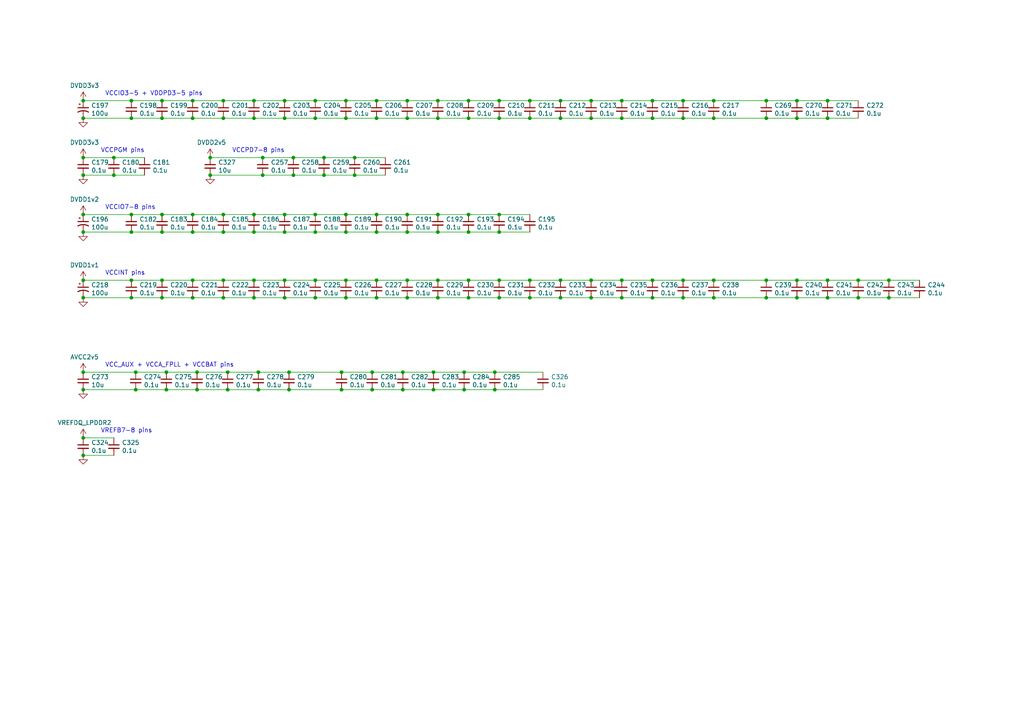
<source format=kicad_sch>
(kicad_sch (version 20250114) (generator "eeschema") (generator_version "9.0")
  (paper "A4")
  (title_block (title "OSSC Pro") (date "2024-05-26") (rev "1.6"))
  (lib_symbols
    (symbol "Device:CP1_Small" (pin_numbers (hide yes)) (pin_names (offset 0.254) (hide yes))
      (property "Reference" "C" (at 0.254 1.778 0))
      (property "Value" "Device_CP1_Small" (at 0.254 -2.032 0))
      (symbol "CP1_Small_0_1"
        (polyline (pts (xy -1.524 0.508) (xy 1.524 0.508)) (stroke (width 0.3048)))
        (polyline (pts (xy -1.27 1.524) (xy -0.762 1.524)))
        (polyline (pts (xy -1.016 1.27) (xy -1.016 1.778)))
        (arc (start -1.524 -0.762) (mid 0 -0.3734) (end 1.524 -0.762) (stroke (width 0.3048)))
      )
      (symbol "CP1_Small_1_1"
        (pin passive line (at 0 2.54 270) (length 2.032) (name "~") (number "1"))
        (pin passive line (at 0 -2.54 90) (length 2.032) (name "~") (number "2"))
      )
    )
    (symbol "Device:C_Small" (pin_numbers (hide yes)) (pin_names (offset 0.254) (hide yes))
      (property "Reference" "C" (at 0.254 1.778 0))
      (property "Value" "C_Small" (at 0.254 -2.032 0))
      (symbol "C_Small_0_1"
        (polyline (pts (xy -1.524 0.508) (xy 1.524 0.508)) (stroke (width 0.3048)))
        (polyline (pts (xy -1.524 -0.508) (xy 1.524 -0.508)) (stroke (width 0.3302)))
      )
      (symbol "C_Small_1_1"
        (pin passive line (at 0 2.54 270) (length 2.032) (name "~") (number "1"))
        (pin passive line (at 0 -2.54 90) (length 2.032) (name "~") (number "2"))
      )
    )
    (symbol "custom_components:DVDD1v2" (power) (pin_names (offset 0))
      (property "Value" "DVDD1v2" (at 0 3.556 0))
      (symbol "DVDD1v2_0_1"
        (polyline (pts (xy -0.762 1.27) (xy 0 2.54)))
        (polyline (pts (xy 0 2.54) (xy 0.762 1.27)))
        (polyline (pts (xy 0 0) (xy 0 2.54)))
      )
      (symbol "DVDD1v2_1_1"
        (pin power_in line (at 0 0 90) (length 0) (hide yes) (name "DVDD1v2") (number "1"))
      )
    )
    (symbol "custom_components:DVDD2v5" (power) (pin_names (offset 0))
      (property "Value" "DVDD2v5" (at 0 3.556 0))
      (symbol "DVDD2v5_0_1"
        (polyline (pts (xy -0.762 1.27) (xy 0 2.54)))
        (polyline (pts (xy 0 2.54) (xy 0.762 1.27)))
        (polyline (pts (xy 0 0) (xy 0 2.54)))
      )
      (symbol "DVDD2v5_1_1"
        (pin power_in line (at 0 0 90) (length 0) (hide yes) (name "DVDD2v5") (number "1"))
      )
    )
    (symbol "custom_components:DVDD3v3" (power) (pin_names (offset 0))
      (property "Value" "DVDD3v3" (at 0 3.556 0))
      (symbol "DVDD3v3_0_1"
        (polyline (pts (xy -0.762 1.27) (xy 0 2.54)))
        (polyline (pts (xy 0 2.54) (xy 0.762 1.27)))
        (polyline (pts (xy 0 0) (xy 0 2.54)))
      )
      (symbol "DVDD3v3_1_1"
        (pin power_in line (at 0 0 90) (length 0) (hide yes) (name "DVDD3v3") (number "1"))
      )
    )
    (symbol "custom_components:VREFDQ_LPDDR2" (power) (pin_names (offset 0))
      (property "Value" "VREFDQ_LPDDR2" (at 0 3.556 0))
      (symbol "VREFDQ_LPDDR2_0_1"
        (polyline (pts (xy -0.762 1.27) (xy 0 2.54)))
        (polyline (pts (xy 0 2.54) (xy 0.762 1.27)))
        (polyline (pts (xy 0 0) (xy 0 2.54)))
      )
      (symbol "VREFDQ_LPDDR2_1_1"
        (pin power_in line (at 0 0 90) (length 0) (hide yes) (name "VREFDQ_LPDDR2") (number "1"))
      )
    )
    (symbol "power:GND" (power) (pin_names (offset 0))
      (property "Value" "GND" (at 0 -3.81 0))
      (symbol "GND_0_1"
        (polyline (pts (xy 0 0) (xy 0 -1.27) (xy 1.27 -1.27) (xy 0 -2.54) (xy -1.27 -1.27) (xy 0 -1.27)))
      )
      (symbol "GND_1_1"
        (pin power_in line (at 0 0 270) (length 0) (hide yes) (name "GND") (number "1"))
      )
    )
  )
  (text "VCCIO7-8 pins" (at 30.48 60.96 0) (effects (font (size 1.27 1.27)) (justify left bottom)))
  (text "VREFB7-8 pins" (at 29.21 125.73 0) (effects (font (size 1.27 1.27)) (justify left bottom)))
  (text "VCCPD7-8 pins" (at 67.31 44.45 0) (effects (font (size 1.27 1.27)) (justify left bottom)))
  (text "VCCINT pins" (at 30.48 80.01 0) (effects (font (size 1.27 1.27)) (justify left bottom)))
  (text "VCCPGM pins" (at 29.21 44.45 0) (effects (font (size 1.27 1.27)) (justify left bottom)))
  (text "VCCIO3-5 + VDDPD3-5 pins" (at 30.48 27.94 0) (effects (font (size 1.27 1.27)) (justify left bottom)))
  (text "VCC_AUX + VCCA_FPLL + VCCBAT pins" (at 30.48 106.68 0) (effects (font (size 1.27 1.27)) (justify left bottom)))
  (junction (at 100.33 67.31))
  (junction (at 46.99 34.29))
  (junction (at 91.44 29.21))
  (junction (at 99.06 107.95))
  (junction (at 33.02 45.72))
  (junction (at 48.26 113.03))
  (junction (at 180.34 86.36))
  (junction (at 240.03 81.28))
  (junction (at 189.23 29.21))
  (junction (at 109.22 81.28))
  (junction (at 109.22 86.36))
  (junction (at 127 29.21))
  (junction (at 100.33 62.23))
  (junction (at 180.34 34.29))
  (junction (at 143.51 113.03))
  (junction (at 57.15 113.03))
  (junction (at 93.98 45.72))
  (junction (at 153.67 81.28))
  (junction (at 55.88 34.29))
  (junction (at 153.67 86.36))
  (junction (at 83.82 107.95))
  (junction (at 222.25 86.36))
  (junction (at 82.55 62.23))
  (junction (at 91.44 34.29))
  (junction (at 46.99 81.28))
  (junction (at 24.13 81.28))
  (junction (at 109.22 67.31))
  (junction (at 38.1 67.31))
  (junction (at 24.13 34.29))
  (junction (at 180.34 81.28))
  (junction (at 231.14 34.29))
  (junction (at 39.37 107.95))
  (junction (at 144.78 81.28))
  (junction (at 171.45 81.28))
  (junction (at 127 86.36))
  (junction (at 189.23 86.36))
  (junction (at 91.44 86.36))
  (junction (at 85.09 50.8))
  (junction (at 100.33 86.36))
  (junction (at 134.62 107.95))
  (junction (at 100.33 34.29))
  (junction (at 24.13 50.8))
  (junction (at 73.66 86.36))
  (junction (at 240.03 86.36))
  (junction (at 118.11 67.31))
  (junction (at 38.1 86.36))
  (junction (at 143.51 107.95))
  (junction (at 207.01 34.29))
  (junction (at 207.01 86.36))
  (junction (at 116.84 113.03))
  (junction (at 93.98 50.8))
  (junction (at 64.77 81.28))
  (junction (at 162.56 29.21))
  (junction (at 74.93 107.95))
  (junction (at 222.25 81.28))
  (junction (at 107.95 113.03))
  (junction (at 73.66 81.28))
  (junction (at 24.13 107.95))
  (junction (at 257.81 86.36))
  (junction (at 198.12 81.28))
  (junction (at 24.13 67.31))
  (junction (at 48.26 107.95))
  (junction (at 180.34 29.21))
  (junction (at 83.82 113.03))
  (junction (at 222.25 29.21))
  (junction (at 82.55 67.31))
  (junction (at 82.55 86.36))
  (junction (at 135.89 81.28))
  (junction (at 231.14 81.28))
  (junction (at 207.01 29.21))
  (junction (at 118.11 34.29))
  (junction (at 76.2 45.72))
  (junction (at 38.1 62.23))
  (junction (at 162.56 81.28))
  (junction (at 55.88 86.36))
  (junction (at 38.1 34.29))
  (junction (at 46.99 86.36))
  (junction (at 55.88 29.21))
  (junction (at 135.89 62.23))
  (junction (at 55.88 81.28))
  (junction (at 171.45 86.36))
  (junction (at 135.89 29.21))
  (junction (at 73.66 67.31))
  (junction (at 24.13 113.03))
  (junction (at 66.04 107.95))
  (junction (at 24.13 86.36))
  (junction (at 118.11 62.23))
  (junction (at 85.09 45.72))
  (junction (at 64.77 67.31))
  (junction (at 189.23 81.28))
  (junction (at 144.78 86.36))
  (junction (at 91.44 62.23))
  (junction (at 135.89 34.29))
  (junction (at 171.45 34.29))
  (junction (at 118.11 86.36))
  (junction (at 91.44 81.28))
  (junction (at 153.67 34.29))
  (junction (at 153.67 29.21))
  (junction (at 107.95 107.95))
  (junction (at 144.78 34.29))
  (junction (at 91.44 67.31))
  (junction (at 198.12 34.29))
  (junction (at 257.81 81.28))
  (junction (at 127 34.29))
  (junction (at 55.88 62.23))
  (junction (at 127 81.28))
  (junction (at 60.96 50.8))
  (junction (at 162.56 34.29))
  (junction (at 109.22 62.23))
  (junction (at 76.2 50.8))
  (junction (at 38.1 29.21))
  (junction (at 46.99 67.31))
  (junction (at 24.13 62.23))
  (junction (at 198.12 29.21))
  (junction (at 144.78 67.31))
  (junction (at 144.78 62.23))
  (junction (at 231.14 86.36))
  (junction (at 100.33 29.21))
  (junction (at 64.77 34.29))
  (junction (at 24.13 127))
  (junction (at 198.12 86.36))
  (junction (at 24.13 45.72))
  (junction (at 66.04 113.03))
  (junction (at 134.62 113.03))
  (junction (at 82.55 81.28))
  (junction (at 24.13 132.08))
  (junction (at 222.25 34.29))
  (junction (at 60.96 45.72))
  (junction (at 64.77 62.23))
  (junction (at 189.23 34.29))
  (junction (at 135.89 67.31))
  (junction (at 74.93 113.03))
  (junction (at 162.56 86.36))
  (junction (at 135.89 86.36))
  (junction (at 33.02 50.8))
  (junction (at 240.03 29.21))
  (junction (at 109.22 34.29))
  (junction (at 240.03 34.29))
  (junction (at 102.87 45.72))
  (junction (at 118.11 81.28))
  (junction (at 57.15 107.95))
  (junction (at 116.84 107.95))
  (junction (at 109.22 29.21))
  (junction (at 46.99 29.21))
  (junction (at 82.55 29.21))
  (junction (at 24.13 29.21))
  (junction (at 118.11 29.21))
  (junction (at 46.99 62.23))
  (junction (at 125.73 113.03))
  (junction (at 100.33 81.28))
  (junction (at 102.87 50.8))
  (junction (at 55.88 67.31))
  (junction (at 82.55 34.29))
  (junction (at 248.92 81.28))
  (junction (at 73.66 62.23))
  (junction (at 231.14 29.21))
  (junction (at 64.77 86.36))
  (junction (at 99.06 113.03))
  (junction (at 248.92 86.36))
  (junction (at 144.78 29.21))
  (junction (at 125.73 107.95))
  (junction (at 127 67.31))
  (junction (at 64.77 29.21))
  (junction (at 207.01 81.28))
  (junction (at 73.66 34.29))
  (junction (at 38.1 81.28))
  (junction (at 127 62.23))
  (junction (at 73.66 29.21))
  (junction (at 171.45 29.21))
  (junction (at 39.37 113.03))
  (wire (pts (xy 46.99 81.28) (xy 38.1 81.28)))
  (wire (pts (xy 41.91 45.72) (xy 33.02 45.72)))
  (wire (pts (xy 118.11 62.23) (xy 109.22 62.23)))
  (wire (pts (xy 83.82 107.95) (xy 99.06 107.95)))
  (wire (pts (xy 198.12 34.29) (xy 189.23 34.29)))
  (wire (pts (xy 38.1 34.29) (xy 24.13 34.29)))
  (wire (pts (xy 171.45 86.36) (xy 162.56 86.36)))
  (wire (pts (xy 55.88 34.29) (xy 46.99 34.29)))
  (wire (pts (xy 38.1 29.21) (xy 24.13 29.21)))
  (wire (pts (xy 162.56 34.29) (xy 153.67 34.29)))
  (wire (pts (xy 93.98 50.8) (xy 85.09 50.8)))
  (wire (pts (xy 134.62 107.95) (xy 143.51 107.95)))
  (wire (pts (xy 127 62.23) (xy 118.11 62.23)))
  (wire (pts (xy 100.33 34.29) (xy 91.44 34.29)))
  (wire (pts (xy 64.77 86.36) (xy 55.88 86.36)))
  (wire (pts (xy 66.04 107.95) (xy 74.93 107.95)))
  (wire (pts (xy 248.92 29.21) (xy 240.03 29.21)))
  (wire (pts (xy 48.26 107.95) (xy 39.37 107.95)))
  (wire (pts (xy 64.77 81.28) (xy 55.88 81.28)))
  (wire (pts (xy 73.66 34.29) (xy 64.77 34.29)))
  (wire (pts (xy 189.23 81.28) (xy 180.34 81.28)))
  (wire (pts (xy 180.34 86.36) (xy 171.45 86.36)))
  (wire (pts (xy 153.67 86.36) (xy 144.78 86.36)))
  (wire (pts (xy 157.48 113.03) (xy 143.51 113.03)))
  (wire (pts (xy 144.78 86.36) (xy 135.89 86.36)))
  (wire (pts (xy 118.11 67.31) (xy 109.22 67.31)))
  (wire (pts (xy 240.03 86.36) (xy 231.14 86.36)))
  (wire (pts (xy 207.01 81.28) (xy 198.12 81.28)))
  (wire (pts (xy 125.73 107.95) (xy 134.62 107.95)))
  (wire (pts (xy 76.2 45.72) (xy 60.96 45.72)))
  (wire (pts (xy 55.88 81.28) (xy 46.99 81.28)))
  (wire (pts (xy 180.34 81.28) (xy 171.45 81.28)))
  (wire (pts (xy 143.51 113.03) (xy 134.62 113.03)))
  (wire (pts (xy 107.95 107.95) (xy 116.84 107.95)))
  (wire (pts (xy 64.77 34.29) (xy 55.88 34.29)))
  (wire (pts (xy 248.92 81.28) (xy 240.03 81.28)))
  (wire (pts (xy 46.99 67.31) (xy 38.1 67.31)))
  (wire (pts (xy 162.56 29.21) (xy 153.67 29.21)))
  (wire (pts (xy 38.1 86.36) (xy 24.13 86.36)))
  (wire (pts (xy 46.99 62.23) (xy 38.1 62.23)))
  (wire (pts (xy 240.03 29.21) (xy 231.14 29.21)))
  (wire (pts (xy 73.66 62.23) (xy 64.77 62.23)))
  (wire (pts (xy 102.87 50.8) (xy 111.76 50.8)))
  (wire (pts (xy 82.55 67.31) (xy 73.66 67.31)))
  (wire (pts (xy 118.11 86.36) (xy 109.22 86.36)))
  (wire (pts (xy 189.23 86.36) (xy 180.34 86.36)))
  (wire (pts (xy 127 34.29) (xy 118.11 34.29)))
  (wire (pts (xy 153.67 34.29) (xy 144.78 34.29)))
  (wire (pts (xy 153.67 81.28) (xy 144.78 81.28)))
  (wire (pts (xy 257.81 81.28) (xy 248.92 81.28)))
  (wire (pts (xy 46.99 34.29) (xy 38.1 34.29)))
  (wire (pts (xy 135.89 34.29) (xy 127 34.29)))
  (wire (pts (xy 171.45 34.29) (xy 162.56 34.29)))
  (wire (pts (xy 116.84 107.95) (xy 125.73 107.95)))
  (wire (pts (xy 102.87 45.72) (xy 93.98 45.72)))
  (wire (pts (xy 55.88 86.36) (xy 46.99 86.36)))
  (wire (pts (xy 109.22 86.36) (xy 100.33 86.36)))
  (wire (pts (xy 100.33 67.31) (xy 91.44 67.31)))
  (wire (pts (xy 162.56 86.36) (xy 153.67 86.36)))
  (wire (pts (xy 248.92 34.29) (xy 240.03 34.29)))
  (wire (pts (xy 125.73 113.03) (xy 116.84 113.03)))
  (wire (pts (xy 222.25 34.29) (xy 207.01 34.29)))
  (wire (pts (xy 82.55 62.23) (xy 73.66 62.23)))
  (wire (pts (xy 100.33 81.28) (xy 91.44 81.28)))
  (wire (pts (xy 99.06 107.95) (xy 107.95 107.95)))
  (wire (pts (xy 222.25 81.28) (xy 207.01 81.28)))
  (wire (pts (xy 48.26 113.03) (xy 39.37 113.03)))
  (wire (pts (xy 144.78 67.31) (xy 135.89 67.31)))
  (wire (pts (xy 127 67.31) (xy 118.11 67.31)))
  (wire (pts (xy 74.93 107.95) (xy 83.82 107.95)))
  (wire (pts (xy 82.55 86.36) (xy 73.66 86.36)))
  (wire (pts (xy 66.04 107.95) (xy 57.15 107.95)))
  (wire (pts (xy 76.2 50.8) (xy 60.96 50.8)))
  (wire (pts (xy 189.23 34.29) (xy 180.34 34.29)))
  (wire (pts (xy 127 86.36) (xy 118.11 86.36)))
  (wire (pts (xy 33.02 132.08) (xy 24.13 132.08)))
  (wire (pts (xy 189.23 29.21) (xy 180.34 29.21)))
  (wire (pts (xy 38.1 81.28) (xy 24.13 81.28)))
  (wire (pts (xy 46.99 29.21) (xy 38.1 29.21)))
  (wire (pts (xy 180.34 34.29) (xy 171.45 34.29)))
  (wire (pts (xy 153.67 67.31) (xy 144.78 67.31)))
  (wire (pts (xy 100.33 86.36) (xy 91.44 86.36)))
  (wire (pts (xy 144.78 29.21) (xy 135.89 29.21)))
  (wire (pts (xy 257.81 86.36) (xy 266.7 86.36)))
  (wire (pts (xy 73.66 81.28) (xy 64.77 81.28)))
  (wire (pts (xy 222.25 86.36) (xy 207.01 86.36)))
  (wire (pts (xy 100.33 29.21) (xy 91.44 29.21)))
  (wire (pts (xy 82.55 81.28) (xy 73.66 81.28)))
  (wire (pts (xy 109.22 62.23) (xy 100.33 62.23)))
  (wire (pts (xy 91.44 62.23) (xy 82.55 62.23)))
  (wire (pts (xy 85.09 45.72) (xy 76.2 45.72)))
  (wire (pts (xy 222.25 29.21) (xy 207.01 29.21)))
  (wire (pts (xy 180.34 29.21) (xy 171.45 29.21)))
  (wire (pts (xy 38.1 62.23) (xy 24.13 62.23)))
  (wire (pts (xy 118.11 29.21) (xy 109.22 29.21)))
  (wire (pts (xy 111.76 45.72) (xy 102.87 45.72)))
  (wire (pts (xy 33.02 45.72) (xy 24.13 45.72)))
  (wire (pts (xy 66.04 113.03) (xy 57.15 113.03)))
  (wire (pts (xy 153.67 29.21) (xy 144.78 29.21)))
  (wire (pts (xy 99.06 113.03) (xy 83.82 113.03)))
  (wire (pts (xy 83.82 113.03) (xy 74.93 113.03)))
  (wire (pts (xy 231.14 86.36) (xy 222.25 86.36)))
  (wire (pts (xy 116.84 113.03) (xy 107.95 113.03)))
  (wire (pts (xy 207.01 34.29) (xy 198.12 34.29)))
  (wire (pts (xy 231.14 81.28) (xy 222.25 81.28)))
  (wire (pts (xy 73.66 67.31) (xy 64.77 67.31)))
  (wire (pts (xy 64.77 62.23) (xy 55.88 62.23)))
  (wire (pts (xy 93.98 45.72) (xy 85.09 45.72)))
  (wire (pts (xy 55.88 62.23) (xy 46.99 62.23)))
  (wire (pts (xy 73.66 29.21) (xy 64.77 29.21)))
  (wire (pts (xy 171.45 81.28) (xy 162.56 81.28)))
  (wire (pts (xy 135.89 67.31) (xy 127 67.31)))
  (wire (pts (xy 144.78 34.29) (xy 135.89 34.29)))
  (wire (pts (xy 266.7 81.28) (xy 257.81 81.28)))
  (wire (pts (xy 153.67 62.23) (xy 144.78 62.23)))
  (wire (pts (xy 107.95 113.03) (xy 99.06 113.03)))
  (wire (pts (xy 73.66 86.36) (xy 64.77 86.36)))
  (wire (pts (xy 82.55 34.29) (xy 73.66 34.29)))
  (wire (pts (xy 39.37 107.95) (xy 24.13 107.95)))
  (wire (pts (xy 46.99 86.36) (xy 38.1 86.36)))
  (wire (pts (xy 39.37 113.03) (xy 24.13 113.03)))
  (wire (pts (xy 118.11 81.28) (xy 109.22 81.28)))
  (wire (pts (xy 91.44 67.31) (xy 82.55 67.31)))
  (wire (pts (xy 85.09 50.8) (xy 76.2 50.8)))
  (wire (pts (xy 57.15 107.95) (xy 48.26 107.95)))
  (wire (pts (xy 207.01 29.21) (xy 198.12 29.21)))
  (wire (pts (xy 55.88 29.21) (xy 46.99 29.21)))
  (wire (pts (xy 198.12 86.36) (xy 189.23 86.36)))
  (wire (pts (xy 207.01 86.36) (xy 198.12 86.36)))
  (wire (pts (xy 248.92 86.36) (xy 257.81 86.36)))
  (wire (pts (xy 135.89 81.28) (xy 127 81.28)))
  (wire (pts (xy 198.12 29.21) (xy 189.23 29.21)))
  (wire (pts (xy 240.03 34.29) (xy 231.14 34.29)))
  (wire (pts (xy 91.44 29.21) (xy 82.55 29.21)))
  (wire (pts (xy 127 81.28) (xy 118.11 81.28)))
  (wire (pts (xy 135.89 29.21) (xy 127 29.21)))
  (wire (pts (xy 57.15 113.03) (xy 48.26 113.03)))
  (wire (pts (xy 127 29.21) (xy 118.11 29.21)))
  (wire (pts (xy 55.88 67.31) (xy 46.99 67.31)))
  (wire (pts (xy 91.44 81.28) (xy 82.55 81.28)))
  (wire (pts (xy 109.22 67.31) (xy 100.33 67.31)))
  (wire (pts (xy 198.12 81.28) (xy 189.23 81.28)))
  (wire (pts (xy 102.87 50.8) (xy 93.98 50.8)))
  (wire (pts (xy 240.03 81.28) (xy 231.14 81.28)))
  (wire (pts (xy 144.78 62.23) (xy 135.89 62.23)))
  (wire (pts (xy 171.45 29.21) (xy 162.56 29.21)))
  (wire (pts (xy 144.78 81.28) (xy 135.89 81.28)))
  (wire (pts (xy 33.02 127) (xy 24.13 127)))
  (wire (pts (xy 109.22 29.21) (xy 100.33 29.21)))
  (wire (pts (xy 74.93 113.03) (xy 66.04 113.03)))
  (wire (pts (xy 38.1 67.31) (xy 24.13 67.31)))
  (wire (pts (xy 134.62 113.03) (xy 125.73 113.03)))
  (wire (pts (xy 91.44 86.36) (xy 82.55 86.36)))
  (wire (pts (xy 231.14 34.29) (xy 222.25 34.29)))
  (wire (pts (xy 248.92 86.36) (xy 240.03 86.36)))
  (wire (pts (xy 118.11 34.29) (xy 109.22 34.29)))
  (wire (pts (xy 33.02 50.8) (xy 24.13 50.8)))
  (wire (pts (xy 135.89 62.23) (xy 127 62.23)))
  (wire (pts (xy 109.22 81.28) (xy 100.33 81.28)))
  (wire (pts (xy 162.56 81.28) (xy 153.67 81.28)))
  (wire (pts (xy 64.77 67.31) (xy 55.88 67.31)))
  (wire (pts (xy 157.48 107.95) (xy 143.51 107.95)))
  (wire (pts (xy 82.55 29.21) (xy 73.66 29.21)))
  (wire (pts (xy 231.14 29.21) (xy 222.25 29.21)))
  (wire (pts (xy 135.89 86.36) (xy 127 86.36)))
  (wire (pts (xy 100.33 62.23) (xy 91.44 62.23)))
  (wire (pts (xy 41.91 50.8) (xy 33.02 50.8)))
  (wire (pts (xy 109.22 34.29) (xy 100.33 34.29)))
  (wire (pts (xy 91.44 34.29) (xy 82.55 34.29)))
  (wire (pts (xy 64.77 29.21) (xy 55.88 29.21)))
  (symbol (lib_id "Device:CP1_Small") (at 24.13 31.75 0) (unit 1)
    (property "Reference" "C197" (at 26.4414 30.5816 0) (effects (justify left)))
    (property "Value" "100u" (at 26.4414 32.893 0) (effects (justify left)))
    (property "Footprint" "Capacitor_SMD:CP_Elec_6.3x5.4" (effects (hide yes)))
  )
  (symbol (lib_id "power:GND") (at 24.13 34.29 0) (unit 1)
    (property "Reference" "#PWR0385" (effects (hide yes)))
    (property "Value" "GND" (effects (hide yes)))
  )
  (symbol (lib_id "custom_components:DVDD3v3") (at 24.13 29.21 0) (unit 1)
    (property "Reference" "#PWR0386" (effects (hide yes)))
    (property "Value" "DVDD3v3" (at 24.511 24.8158 0))
  )
  (symbol (lib_id "Device:C_Small") (at 38.1 31.75 0) (unit 1)
    (property "Reference" "C198" (at 40.4368 30.5816 0) (effects (justify left)))
    (property "Value" "0.1u" (at 40.4368 32.893 0) (effects (justify left)))
    (property "Footprint" "Capacitor_SMD:C_0402_1005Metric" (effects (hide yes)))
  )
  (symbol (lib_id "Device:C_Small") (at 46.99 31.75 0) (unit 1)
    (property "Reference" "C199" (at 49.3268 30.5816 0) (effects (justify left)))
    (property "Value" "0.1u" (at 49.3268 32.893 0) (effects (justify left)))
    (property "Footprint" "Capacitor_SMD:C_0402_1005Metric" (effects (hide yes)))
  )
  (symbol (lib_id "Device:C_Small") (at 55.88 31.75 0) (unit 1)
    (property "Reference" "C200" (at 58.2168 30.5816 0) (effects (justify left)))
    (property "Value" "0.1u" (at 58.2168 32.893 0) (effects (justify left)))
    (property "Footprint" "Capacitor_SMD:C_0402_1005Metric" (effects (hide yes)))
  )
  (symbol (lib_id "Device:C_Small") (at 64.77 31.75 0) (unit 1)
    (property "Reference" "C201" (at 67.1068 30.5816 0) (effects (justify left)))
    (property "Value" "0.1u" (at 67.1068 32.893 0) (effects (justify left)))
    (property "Footprint" "Capacitor_SMD:C_0402_1005Metric" (effects (hide yes)))
  )
  (symbol (lib_id "Device:C_Small") (at 73.66 31.75 0) (unit 1)
    (property "Reference" "C202" (at 75.9968 30.5816 0) (effects (justify left)))
    (property "Value" "0.1u" (at 75.9968 32.893 0) (effects (justify left)))
    (property "Footprint" "Capacitor_SMD:C_0402_1005Metric" (effects (hide yes)))
  )
  (symbol (lib_id "Device:C_Small") (at 82.55 31.75 0) (unit 1)
    (property "Reference" "C203" (at 84.8868 30.5816 0) (effects (justify left)))
    (property "Value" "0.1u" (at 84.8868 32.893 0) (effects (justify left)))
    (property "Footprint" "Capacitor_SMD:C_0402_1005Metric" (effects (hide yes)))
  )
  (symbol (lib_id "Device:C_Small") (at 91.44 31.75 0) (unit 1)
    (property "Reference" "C204" (at 93.7768 30.5816 0) (effects (justify left)))
    (property "Value" "0.1u" (at 93.7768 32.893 0) (effects (justify left)))
    (property "Footprint" "Capacitor_SMD:C_0402_1005Metric" (effects (hide yes)))
  )
  (symbol (lib_id "Device:C_Small") (at 100.33 31.75 0) (unit 1)
    (property "Reference" "C205" (at 102.6668 30.5816 0) (effects (justify left)))
    (property "Value" "0.1u" (at 102.6668 32.893 0) (effects (justify left)))
    (property "Footprint" "Capacitor_SMD:C_0402_1005Metric" (effects (hide yes)))
  )
  (symbol (lib_id "Device:C_Small") (at 109.22 31.75 0) (unit 1)
    (property "Reference" "C206" (at 111.5568 30.5816 0) (effects (justify left)))
    (property "Value" "0.1u" (at 111.5568 32.893 0) (effects (justify left)))
    (property "Footprint" "Capacitor_SMD:C_0402_1005Metric" (effects (hide yes)))
  )
  (symbol (lib_id "Device:C_Small") (at 118.11 31.75 0) (unit 1)
    (property "Reference" "C207" (at 120.4468 30.5816 0) (effects (justify left)))
    (property "Value" "0.1u" (at 120.4468 32.893 0) (effects (justify left)))
    (property "Footprint" "Capacitor_SMD:C_0402_1005Metric" (effects (hide yes)))
  )
  (symbol (lib_id "Device:C_Small") (at 127 31.75 0) (unit 1)
    (property "Reference" "C208" (at 129.3368 30.5816 0) (effects (justify left)))
    (property "Value" "0.1u" (at 129.3368 32.893 0) (effects (justify left)))
    (property "Footprint" "Capacitor_SMD:C_0402_1005Metric" (effects (hide yes)))
  )
  (symbol (lib_id "Device:C_Small") (at 135.89 31.75 0) (unit 1)
    (property "Reference" "C209" (at 138.2268 30.5816 0) (effects (justify left)))
    (property "Value" "0.1u" (at 138.2268 32.893 0) (effects (justify left)))
    (property "Footprint" "Capacitor_SMD:C_0402_1005Metric" (effects (hide yes)))
  )
  (symbol (lib_id "Device:C_Small") (at 144.78 31.75 0) (unit 1)
    (property "Reference" "C210" (at 147.1168 30.5816 0) (effects (justify left)))
    (property "Value" "0.1u" (at 147.1168 32.893 0) (effects (justify left)))
    (property "Footprint" "Capacitor_SMD:C_0402_1005Metric" (effects (hide yes)))
  )
  (symbol (lib_id "Device:C_Small") (at 153.67 31.75 0) (unit 1)
    (property "Reference" "C211" (at 156.0068 30.5816 0) (effects (justify left)))
    (property "Value" "0.1u" (at 156.0068 32.893 0) (effects (justify left)))
    (property "Footprint" "Capacitor_SMD:C_0402_1005Metric" (effects (hide yes)))
  )
  (symbol (lib_id "Device:C_Small") (at 162.56 31.75 0) (unit 1)
    (property "Reference" "C212" (at 164.8968 30.5816 0) (effects (justify left)))
    (property "Value" "0.1u" (at 164.8968 32.893 0) (effects (justify left)))
    (property "Footprint" "Capacitor_SMD:C_0402_1005Metric" (effects (hide yes)))
  )
  (symbol (lib_id "Device:C_Small") (at 171.45 31.75 0) (unit 1)
    (property "Reference" "C213" (at 173.7868 30.5816 0) (effects (justify left)))
    (property "Value" "0.1u" (at 173.7868 32.893 0) (effects (justify left)))
    (property "Footprint" "Capacitor_SMD:C_0402_1005Metric" (effects (hide yes)))
  )
  (symbol (lib_id "Device:C_Small") (at 180.34 31.75 0) (unit 1)
    (property "Reference" "C214" (at 182.6768 30.5816 0) (effects (justify left)))
    (property "Value" "0.1u" (at 182.6768 32.893 0) (effects (justify left)))
    (property "Footprint" "Capacitor_SMD:C_0402_1005Metric" (effects (hide yes)))
  )
  (symbol (lib_id "Device:C_Small") (at 189.23 31.75 0) (unit 1)
    (property "Reference" "C215" (at 191.5668 30.5816 0) (effects (justify left)))
    (property "Value" "0.1u" (at 191.5668 32.893 0) (effects (justify left)))
    (property "Footprint" "Capacitor_SMD:C_0402_1005Metric" (effects (hide yes)))
  )
  (symbol (lib_id "Device:C_Small") (at 198.12 31.75 0) (unit 1)
    (property "Reference" "C216" (at 200.4568 30.5816 0) (effects (justify left)))
    (property "Value" "0.1u" (at 200.4568 32.893 0) (effects (justify left)))
    (property "Footprint" "Capacitor_SMD:C_0402_1005Metric" (effects (hide yes)))
  )
  (symbol (lib_id "Device:C_Small") (at 207.01 31.75 0) (unit 1)
    (property "Reference" "C217" (at 209.3468 30.5816 0) (effects (justify left)))
    (property "Value" "0.1u" (at 209.3468 32.893 0) (effects (justify left)))
    (property "Footprint" "Capacitor_SMD:C_0402_1005Metric" (effects (hide yes)))
  )
  (symbol (lib_id "Device:C_Small") (at 222.25 31.75 0) (unit 1)
    (property "Reference" "C269" (at 224.5868 30.5816 0) (effects (justify left)))
    (property "Value" "0.1u" (at 224.5868 32.893 0) (effects (justify left)))
    (property "Footprint" "Capacitor_SMD:C_0402_1005Metric" (effects (hide yes)))
  )
  (symbol (lib_id "Device:C_Small") (at 231.14 31.75 0) (unit 1)
    (property "Reference" "C270" (at 233.4768 30.5816 0) (effects (justify left)))
    (property "Value" "0.1u" (at 233.4768 32.893 0) (effects (justify left)))
    (property "Footprint" "Capacitor_SMD:C_0402_1005Metric" (effects (hide yes)))
  )
  (symbol (lib_id "Device:C_Small") (at 240.03 31.75 0) (unit 1)
    (property "Reference" "C271" (at 242.3668 30.5816 0) (effects (justify left)))
    (property "Value" "0.1u" (at 242.3668 32.893 0) (effects (justify left)))
    (property "Footprint" "Capacitor_SMD:C_0402_1005Metric" (effects (hide yes)))
  )
  (symbol (lib_id "Device:C_Small") (at 248.92 31.75 0) (unit 1)
    (property "Reference" "C272" (at 251.2568 30.5816 0) (effects (justify left)))
    (property "Value" "0.1u" (at 251.2568 32.893 0) (effects (justify left)))
    (property "Footprint" "Capacitor_SMD:C_0402_1005Metric" (effects (hide yes)))
  )
  (symbol (lib_id "power:GND") (at 24.13 50.8 0) (unit 1)
    (property "Reference" "#PWR0390" (effects (hide yes)))
    (property "Value" "GND" (effects (hide yes)))
  )
  (symbol (lib_id "custom_components:DVDD3v3") (at 24.13 45.72 0) (unit 1)
    (property "Reference" "#PWR0389" (effects (hide yes)))
    (property "Value" "DVDD3v3" (at 24.511 41.3258 0))
  )
  (symbol (lib_id "Device:C_Small") (at 24.13 48.26 0) (unit 1)
    (property "Reference" "C179" (at 26.4668 47.0916 0) (effects (justify left)))
    (property "Value" "0.1u" (at 26.4668 49.403 0) (effects (justify left)))
    (property "Footprint" "Capacitor_SMD:C_0402_1005Metric" (effects (hide yes)))
  )
  (symbol (lib_id "Device:C_Small") (at 33.02 48.26 0) (unit 1)
    (property "Reference" "C180" (at 35.3568 47.0916 0) (effects (justify left)))
    (property "Value" "0.1u" (at 35.3568 49.403 0) (effects (justify left)))
    (property "Footprint" "Capacitor_SMD:C_0402_1005Metric" (effects (hide yes)))
  )
  (symbol (lib_id "Device:C_Small") (at 41.91 48.26 0) (unit 1)
    (property "Reference" "C181" (at 44.2468 47.0916 0) (effects (justify left)))
    (property "Value" "0.1u" (at 44.2468 49.403 0) (effects (justify left)))
    (property "Footprint" "Capacitor_SMD:C_0402_1005Metric" (effects (hide yes)))
  )
  (symbol (lib_id "Device:C_Small") (at 60.96 48.26 0) (unit 1)
    (property "Reference" "C327" (at 63.2968 47.0916 0) (effects (justify left)))
    (property "Value" "10u" (at 63.2968 49.403 0) (effects (justify left)))
    (property "Footprint" "Capacitor_SMD:C_0603_1608Metric" (effects (hide yes)))
  )
  (symbol (lib_id "power:GND") (at 60.96 50.8 0) (unit 1)
    (property "Reference" "#PWR0387" (effects (hide yes)))
    (property "Value" "GND" (effects (hide yes)))
  )
  (symbol (lib_id "custom_components:DVDD2v5") (at 60.96 45.72 0) (unit 1)
    (property "Reference" "#PWR0388" (effects (hide yes)))
    (property "Value" "DVDD2v5" (at 61.341 41.3258 0))
  )
  (symbol (lib_id "Device:C_Small") (at 76.2 48.26 0) (unit 1)
    (property "Reference" "C257" (at 78.5368 47.0916 0) (effects (justify left)))
    (property "Value" "0.1u" (at 78.5368 49.403 0) (effects (justify left)))
    (property "Footprint" "Capacitor_SMD:C_0402_1005Metric" (effects (hide yes)))
  )
  (symbol (lib_id "Device:C_Small") (at 85.09 48.26 0) (unit 1)
    (property "Reference" "C258" (at 87.4268 47.0916 0) (effects (justify left)))
    (property "Value" "0.1u" (at 87.4268 49.403 0) (effects (justify left)))
    (property "Footprint" "Capacitor_SMD:C_0402_1005Metric" (effects (hide yes)))
  )
  (symbol (lib_id "Device:C_Small") (at 93.98 48.26 0) (unit 1)
    (property "Reference" "C259" (at 96.3168 47.0916 0) (effects (justify left)))
    (property "Value" "0.1u" (at 96.3168 49.403 0) (effects (justify left)))
    (property "Footprint" "Capacitor_SMD:C_0402_1005Metric" (effects (hide yes)))
  )
  (symbol (lib_id "Device:C_Small") (at 102.87 48.26 0) (unit 1)
    (property "Reference" "C260" (at 105.2068 47.0916 0) (effects (justify left)))
    (property "Value" "0.1u" (at 105.2068 49.403 0) (effects (justify left)))
    (property "Footprint" "Capacitor_SMD:C_0402_1005Metric" (effects (hide yes)))
  )
  (symbol (lib_id "Device:CP1_Small") (at 24.13 64.77 0) (unit 1)
    (property "Reference" "C196" (at 26.4414 63.6016 0) (effects (justify left)))
    (property "Value" "100u" (at 26.4414 65.913 0) (effects (justify left)))
    (property "Footprint" "Capacitor_SMD:CP_Elec_6.3x5.4" (effects (hide yes)))
  )
  (symbol (lib_id "power:GND") (at 24.13 67.31 0) (unit 1)
    (property "Reference" "#PWR0391" (effects (hide yes)))
    (property "Value" "GND" (effects (hide yes)))
  )
  (symbol (lib_id "Device:C_Small") (at 38.1 64.77 0) (unit 1)
    (property "Reference" "C182" (at 40.4368 63.6016 0) (effects (justify left)))
    (property "Value" "0.1u" (at 40.4368 65.913 0) (effects (justify left)))
    (property "Footprint" "Capacitor_SMD:C_0402_1005Metric" (effects (hide yes)))
  )
  (symbol (lib_id "Device:C_Small") (at 46.99 64.77 0) (unit 1)
    (property "Reference" "C183" (at 49.3268 63.6016 0) (effects (justify left)))
    (property "Value" "0.1u" (at 49.3268 65.913 0) (effects (justify left)))
    (property "Footprint" "Capacitor_SMD:C_0402_1005Metric" (effects (hide yes)))
  )
  (symbol (lib_id "Device:C_Small") (at 55.88 64.77 0) (unit 1)
    (property "Reference" "C184" (at 58.2168 63.6016 0) (effects (justify left)))
    (property "Value" "0.1u" (at 58.2168 65.913 0) (effects (justify left)))
    (property "Footprint" "Capacitor_SMD:C_0402_1005Metric" (effects (hide yes)))
  )
  (symbol (lib_id "Device:C_Small") (at 64.77 64.77 0) (unit 1)
    (property "Reference" "C185" (at 67.1068 63.6016 0) (effects (justify left)))
    (property "Value" "0.1u" (at 67.1068 65.913 0) (effects (justify left)))
    (property "Footprint" "Capacitor_SMD:C_0402_1005Metric" (effects (hide yes)))
  )
  (symbol (lib_id "Device:C_Small") (at 73.66 64.77 0) (unit 1)
    (property "Reference" "C186" (at 75.9968 63.6016 0) (effects (justify left)))
    (property "Value" "0.1u" (at 75.9968 65.913 0) (effects (justify left)))
    (property "Footprint" "Capacitor_SMD:C_0402_1005Metric" (effects (hide yes)))
  )
  (symbol (lib_id "Device:C_Small") (at 82.55 64.77 0) (unit 1)
    (property "Reference" "C187" (at 84.8868 63.6016 0) (effects (justify left)))
    (property "Value" "0.1u" (at 84.8868 65.913 0) (effects (justify left)))
    (property "Footprint" "Capacitor_SMD:C_0402_1005Metric" (effects (hide yes)))
  )
  (symbol (lib_id "Device:C_Small") (at 91.44 64.77 0) (unit 1)
    (property "Reference" "C188" (at 93.7768 63.6016 0) (effects (justify left)))
    (property "Value" "0.1u" (at 93.7768 65.913 0) (effects (justify left)))
    (property "Footprint" "Capacitor_SMD:C_0402_1005Metric" (effects (hide yes)))
  )
  (symbol (lib_id "Device:C_Small") (at 100.33 64.77 0) (unit 1)
    (property "Reference" "C189" (at 102.6668 63.6016 0) (effects (justify left)))
    (property "Value" "0.1u" (at 102.6668 65.913 0) (effects (justify left)))
    (property "Footprint" "Capacitor_SMD:C_0402_1005Metric" (effects (hide yes)))
  )
  (symbol (lib_id "Device:C_Small") (at 109.22 64.77 0) (unit 1)
    (property "Reference" "C190" (at 111.5568 63.6016 0) (effects (justify left)))
    (property "Value" "0.1u" (at 111.5568 65.913 0) (effects (justify left)))
    (property "Footprint" "Capacitor_SMD:C_0402_1005Metric" (effects (hide yes)))
  )
  (symbol (lib_id "Device:C_Small") (at 118.11 64.77 0) (unit 1)
    (property "Reference" "C191" (at 120.4468 63.6016 0) (effects (justify left)))
    (property "Value" "0.1u" (at 120.4468 65.913 0) (effects (justify left)))
    (property "Footprint" "Capacitor_SMD:C_0402_1005Metric" (effects (hide yes)))
  )
  (symbol (lib_id "Device:C_Small") (at 127 64.77 0) (unit 1)
    (property "Reference" "C192" (at 129.3368 63.6016 0) (effects (justify left)))
    (property "Value" "0.1u" (at 129.3368 65.913 0) (effects (justify left)))
    (property "Footprint" "Capacitor_SMD:C_0402_1005Metric" (effects (hide yes)))
  )
  (symbol (lib_id "Device:C_Small") (at 135.89 64.77 0) (unit 1)
    (property "Reference" "C193" (at 138.2268 63.6016 0) (effects (justify left)))
    (property "Value" "0.1u" (at 138.2268 65.913 0) (effects (justify left)))
    (property "Footprint" "Capacitor_SMD:C_0402_1005Metric" (effects (hide yes)))
  )
  (symbol (lib_id "Device:C_Small") (at 144.78 64.77 0) (unit 1)
    (property "Reference" "C194" (at 147.1168 63.6016 0) (effects (justify left)))
    (property "Value" "0.1u" (at 147.1168 65.913 0) (effects (justify left)))
    (property "Footprint" "Capacitor_SMD:C_0402_1005Metric" (effects (hide yes)))
  )
  (symbol (lib_id "Device:C_Small") (at 153.67 64.77 0) (unit 1)
    (property "Reference" "C195" (at 156.0068 63.6016 0) (effects (justify left)))
    (property "Value" "0.1u" (at 156.0068 65.913 0) (effects (justify left)))
    (property "Footprint" "Capacitor_SMD:C_0402_1005Metric" (effects (hide yes)))
  )
  (symbol (lib_id "custom_components:DVDD1v2") (at 24.13 62.23 0) (unit 1)
    (property "Reference" "#PWR0392" (effects (hide yes)))
    (property "Value" "DVDD1v2" (at 24.511 57.8358 0))
  )
  (symbol (lib_id "Device:CP1_Small") (at 24.13 83.82 0) (unit 1)
    (property "Reference" "C218" (at 26.4414 82.6516 0) (effects (justify left)))
    (property "Value" "100u" (at 26.4414 84.963 0) (effects (justify left)))
    (property "Footprint" "Capacitor_SMD:CP_Elec_6.3x5.4" (effects (hide yes)))
  )
  (symbol (lib_id "power:GND") (at 24.13 86.36 0) (unit 1)
    (property "Reference" "#PWR0393" (effects (hide yes)))
    (property "Value" "GND" (effects (hide yes)))
  )
  (symbol (lib_id "custom_components:DVDD3v3") (at 24.13 81.28 0) (unit 1)
    (property "Reference" "#PWR0394" (effects (hide yes)))
    (property "Value" "DVDD1v1" (at 24.511 76.8858 0))
  )
  (symbol (lib_id "Device:C_Small") (at 38.1 83.82 0) (unit 1)
    (property "Reference" "C219" (at 40.4368 82.6516 0) (effects (justify left)))
    (property "Value" "0.1u" (at 40.4368 84.963 0) (effects (justify left)))
    (property "Footprint" "Capacitor_SMD:C_0402_1005Metric" (effects (hide yes)))
  )
  (symbol (lib_id "Device:C_Small") (at 46.99 83.82 0) (unit 1)
    (property "Reference" "C220" (at 49.3268 82.6516 0) (effects (justify left)))
    (property "Value" "0.1u" (at 49.3268 84.963 0) (effects (justify left)))
    (property "Footprint" "Capacitor_SMD:C_0402_1005Metric" (effects (hide yes)))
  )
  (symbol (lib_id "Device:C_Small") (at 55.88 83.82 0) (unit 1)
    (property "Reference" "C221" (at 58.2168 82.6516 0) (effects (justify left)))
    (property "Value" "0.1u" (at 58.2168 84.963 0) (effects (justify left)))
    (property "Footprint" "Capacitor_SMD:C_0402_1005Metric" (effects (hide yes)))
  )
  (symbol (lib_id "Device:C_Small") (at 64.77 83.82 0) (unit 1)
    (property "Reference" "C222" (at 67.1068 82.6516 0) (effects (justify left)))
    (property "Value" "0.1u" (at 67.1068 84.963 0) (effects (justify left)))
    (property "Footprint" "Capacitor_SMD:C_0402_1005Metric" (effects (hide yes)))
  )
  (symbol (lib_id "Device:C_Small") (at 73.66 83.82 0) (unit 1)
    (property "Reference" "C223" (at 75.9968 82.6516 0) (effects (justify left)))
    (property "Value" "0.1u" (at 75.9968 84.963 0) (effects (justify left)))
    (property "Footprint" "Capacitor_SMD:C_0402_1005Metric" (effects (hide yes)))
  )
  (symbol (lib_id "Device:C_Small") (at 82.55 83.82 0) (unit 1)
    (property "Reference" "C224" (at 84.8868 82.6516 0) (effects (justify left)))
    (property "Value" "0.1u" (at 84.8868 84.963 0) (effects (justify left)))
    (property "Footprint" "Capacitor_SMD:C_0402_1005Metric" (effects (hide yes)))
  )
  (symbol (lib_id "Device:C_Small") (at 91.44 83.82 0) (unit 1)
    (property "Reference" "C225" (at 93.7768 82.6516 0) (effects (justify left)))
    (property "Value" "0.1u" (at 93.7768 84.963 0) (effects (justify left)))
    (property "Footprint" "Capacitor_SMD:C_0402_1005Metric" (effects (hide yes)))
  )
  (symbol (lib_id "Device:C_Small") (at 100.33 83.82 0) (unit 1)
    (property "Reference" "C226" (at 102.6668 82.6516 0) (effects (justify left)))
    (property "Value" "0.1u" (at 102.6668 84.963 0) (effects (justify left)))
    (property "Footprint" "Capacitor_SMD:C_0402_1005Metric" (effects (hide yes)))
  )
  (symbol (lib_id "Device:C_Small") (at 109.22 83.82 0) (unit 1)
    (property "Reference" "C227" (at 111.5568 82.6516 0) (effects (justify left)))
    (property "Value" "0.1u" (at 111.5568 84.963 0) (effects (justify left)))
    (property "Footprint" "Capacitor_SMD:C_0402_1005Metric" (effects (hide yes)))
  )
  (symbol (lib_id "Device:C_Small") (at 118.11 83.82 0) (unit 1)
    (property "Reference" "C228" (at 120.4468 82.6516 0) (effects (justify left)))
    (property "Value" "0.1u" (at 120.4468 84.963 0) (effects (justify left)))
    (property "Footprint" "Capacitor_SMD:C_0402_1005Metric" (effects (hide yes)))
  )
  (symbol (lib_id "Device:C_Small") (at 127 83.82 0) (unit 1)
    (property "Reference" "C229" (at 129.3368 82.6516 0) (effects (justify left)))
    (property "Value" "0.1u" (at 129.3368 84.963 0) (effects (justify left)))
    (property "Footprint" "Capacitor_SMD:C_0402_1005Metric" (effects (hide yes)))
  )
  (symbol (lib_id "Device:C_Small") (at 135.89 83.82 0) (unit 1)
    (property "Reference" "C230" (at 138.2268 82.6516 0) (effects (justify left)))
    (property "Value" "0.1u" (at 138.2268 84.963 0) (effects (justify left)))
    (property "Footprint" "Capacitor_SMD:C_0402_1005Metric" (effects (hide yes)))
  )
  (symbol (lib_id "Device:C_Small") (at 144.78 83.82 0) (unit 1)
    (property "Reference" "C231" (at 147.1168 82.6516 0) (effects (justify left)))
    (property "Value" "0.1u" (at 147.1168 84.963 0) (effects (justify left)))
    (property "Footprint" "Capacitor_SMD:C_0402_1005Metric" (effects (hide yes)))
  )
  (symbol (lib_id "Device:C_Small") (at 153.67 83.82 0) (unit 1)
    (property "Reference" "C232" (at 156.0068 82.6516 0) (effects (justify left)))
    (property "Value" "0.1u" (at 156.0068 84.963 0) (effects (justify left)))
    (property "Footprint" "Capacitor_SMD:C_0402_1005Metric" (effects (hide yes)))
  )
  (symbol (lib_id "Device:C_Small") (at 162.56 83.82 0) (unit 1)
    (property "Reference" "C233" (at 164.8968 82.6516 0) (effects (justify left)))
    (property "Value" "0.1u" (at 164.8968 84.963 0) (effects (justify left)))
    (property "Footprint" "Capacitor_SMD:C_0402_1005Metric" (effects (hide yes)))
  )
  (symbol (lib_id "Device:C_Small") (at 171.45 83.82 0) (unit 1)
    (property "Reference" "C234" (at 173.7868 82.6516 0) (effects (justify left)))
    (property "Value" "0.1u" (at 173.7868 84.963 0) (effects (justify left)))
    (property "Footprint" "Capacitor_SMD:C_0402_1005Metric" (effects (hide yes)))
  )
  (symbol (lib_id "Device:C_Small") (at 180.34 83.82 0) (unit 1)
    (property "Reference" "C235" (at 182.6768 82.6516 0) (effects (justify left)))
    (property "Value" "0.1u" (at 182.6768 84.963 0) (effects (justify left)))
    (property "Footprint" "Capacitor_SMD:C_0402_1005Metric" (effects (hide yes)))
  )
  (symbol (lib_id "Device:C_Small") (at 189.23 83.82 0) (unit 1)
    (property "Reference" "C236" (at 191.5668 82.6516 0) (effects (justify left)))
    (property "Value" "0.1u" (at 191.5668 84.963 0) (effects (justify left)))
    (property "Footprint" "Capacitor_SMD:C_0402_1005Metric" (effects (hide yes)))
  )
  (symbol (lib_id "Device:C_Small") (at 198.12 83.82 0) (unit 1)
    (property "Reference" "C237" (at 200.4568 82.6516 0) (effects (justify left)))
    (property "Value" "0.1u" (at 200.4568 84.963 0) (effects (justify left)))
    (property "Footprint" "Capacitor_SMD:C_0402_1005Metric" (effects (hide yes)))
  )
  (symbol (lib_id "Device:C_Small") (at 207.01 83.82 0) (unit 1)
    (property "Reference" "C238" (at 209.3468 82.6516 0) (effects (justify left)))
    (property "Value" "0.1u" (at 209.3468 84.963 0) (effects (justify left)))
    (property "Footprint" "Capacitor_SMD:C_0402_1005Metric" (effects (hide yes)))
  )
  (symbol (lib_id "Device:C_Small") (at 222.25 83.82 0) (unit 1)
    (property "Reference" "C239" (at 224.5868 82.6516 0) (effects (justify left)))
    (property "Value" "0.1u" (at 224.5868 84.963 0) (effects (justify left)))
    (property "Footprint" "Capacitor_SMD:C_0402_1005Metric" (effects (hide yes)))
  )
  (symbol (lib_id "Device:C_Small") (at 231.14 83.82 0) (unit 1)
    (property "Reference" "C240" (at 233.4768 82.6516 0) (effects (justify left)))
    (property "Value" "0.1u" (at 233.4768 84.963 0) (effects (justify left)))
    (property "Footprint" "Capacitor_SMD:C_0402_1005Metric" (effects (hide yes)))
  )
  (symbol (lib_id "Device:C_Small") (at 240.03 83.82 0) (unit 1)
    (property "Reference" "C241" (at 242.3668 82.6516 0) (effects (justify left)))
    (property "Value" "0.1u" (at 242.3668 84.963 0) (effects (justify left)))
    (property "Footprint" "Capacitor_SMD:C_0402_1005Metric" (effects (hide yes)))
  )
  (symbol (lib_id "Device:C_Small") (at 248.92 83.82 0) (unit 1)
    (property "Reference" "C242" (at 251.2568 82.6516 0) (effects (justify left)))
    (property "Value" "0.1u" (at 251.2568 84.963 0) (effects (justify left)))
    (property "Footprint" "Capacitor_SMD:C_0402_1005Metric" (effects (hide yes)))
  )
  (symbol (lib_id "Device:C_Small") (at 257.81 83.82 0) (unit 1)
    (property "Reference" "C243" (at 260.1468 82.6516 0) (effects (justify left)))
    (property "Value" "0.1u" (at 260.1468 84.963 0) (effects (justify left)))
    (property "Footprint" "Capacitor_SMD:C_0402_1005Metric" (effects (hide yes)))
  )
  (symbol (lib_id "Device:C_Small") (at 266.7 83.82 0) (unit 1)
    (property "Reference" "C244" (at 269.0368 82.6516 0) (effects (justify left)))
    (property "Value" "0.1u" (at 269.0368 84.963 0) (effects (justify left)))
    (property "Footprint" "Capacitor_SMD:C_0402_1005Metric" (effects (hide yes)))
  )
  (symbol (lib_id "Device:C_Small") (at 24.13 110.49 0) (unit 1)
    (property "Reference" "C273" (at 26.4668 109.3216 0) (effects (justify left)))
    (property "Value" "10u" (at 26.4668 111.633 0) (effects (justify left)))
    (property "Footprint" "Capacitor_SMD:C_0603_1608Metric" (effects (hide yes)))
  )
  (symbol (lib_id "power:GND") (at 24.13 113.03 0) (unit 1)
    (property "Reference" "#PWR0395" (effects (hide yes)))
    (property "Value" "GND" (effects (hide yes)))
  )
  (symbol (lib_id "custom_components:DVDD2v5") (at 24.13 107.95 0) (unit 1)
    (property "Reference" "#PWR0396" (effects (hide yes)))
    (property "Value" "AVCC2v5" (at 24.511 103.5558 0))
  )
  (symbol (lib_id "Device:C_Small") (at 39.37 110.49 0) (unit 1)
    (property "Reference" "C274" (at 41.7068 109.3216 0) (effects (justify left)))
    (property "Value" "0.1u" (at 41.7068 111.633 0) (effects (justify left)))
    (property "Footprint" "Capacitor_SMD:C_0402_1005Metric" (effects (hide yes)))
  )
  (symbol (lib_id "Device:C_Small") (at 48.26 110.49 0) (unit 1)
    (property "Reference" "C275" (at 50.5968 109.3216 0) (effects (justify left)))
    (property "Value" "0.1u" (at 50.5968 111.633 0) (effects (justify left)))
    (property "Footprint" "Capacitor_SMD:C_0402_1005Metric" (effects (hide yes)))
  )
  (symbol (lib_id "Device:C_Small") (at 57.15 110.49 0) (unit 1)
    (property "Reference" "C276" (at 59.4868 109.3216 0) (effects (justify left)))
    (property "Value" "0.1u" (at 59.4868 111.633 0) (effects (justify left)))
    (property "Footprint" "Capacitor_SMD:C_0402_1005Metric" (effects (hide yes)))
  )
  (symbol (lib_id "Device:C_Small") (at 66.04 110.49 0) (unit 1)
    (property "Reference" "C277" (at 68.3768 109.3216 0) (effects (justify left)))
    (property "Value" "0.1u" (at 68.3768 111.633 0) (effects (justify left)))
    (property "Footprint" "Capacitor_SMD:C_0402_1005Metric" (effects (hide yes)))
  )
  (symbol (lib_id "Device:C_Small") (at 74.93 110.49 0) (unit 1)
    (property "Reference" "C278" (at 77.2668 109.3216 0) (effects (justify left)))
    (property "Value" "0.1u" (at 77.2668 111.633 0) (effects (justify left)))
    (property "Footprint" "Capacitor_SMD:C_0402_1005Metric" (effects (hide yes)))
  )
  (symbol (lib_id "Device:C_Small") (at 83.82 110.49 0) (unit 1)
    (property "Reference" "C279" (at 86.1568 109.3216 0) (effects (justify left)))
    (property "Value" "0.1u" (at 86.1568 111.633 0) (effects (justify left)))
    (property "Footprint" "Capacitor_SMD:C_0402_1005Metric" (effects (hide yes)))
  )
  (symbol (lib_id "Device:C_Small") (at 99.06 110.49 0) (unit 1)
    (property "Reference" "C280" (at 101.3968 109.3216 0) (effects (justify left)))
    (property "Value" "0.1u" (at 101.3968 111.633 0) (effects (justify left)))
    (property "Footprint" "Capacitor_SMD:C_0402_1005Metric" (effects (hide yes)))
  )
  (symbol (lib_id "Device:C_Small") (at 107.95 110.49 0) (unit 1)
    (property "Reference" "C281" (at 110.2868 109.3216 0) (effects (justify left)))
    (property "Value" "0.1u" (at 110.2868 111.633 0) (effects (justify left)))
    (property "Footprint" "Capacitor_SMD:C_0402_1005Metric" (effects (hide yes)))
  )
  (symbol (lib_id "Device:C_Small") (at 116.84 110.49 0) (unit 1)
    (property "Reference" "C282" (at 119.1768 109.3216 0) (effects (justify left)))
    (property "Value" "0.1u" (at 119.1768 111.633 0) (effects (justify left)))
    (property "Footprint" "Capacitor_SMD:C_0402_1005Metric" (effects (hide yes)))
  )
  (symbol (lib_id "Device:C_Small") (at 125.73 110.49 0) (unit 1)
    (property "Reference" "C283" (at 128.0668 109.3216 0) (effects (justify left)))
    (property "Value" "0.1u" (at 128.0668 111.633 0) (effects (justify left)))
    (property "Footprint" "Capacitor_SMD:C_0402_1005Metric" (effects (hide yes)))
  )
  (symbol (lib_id "Device:C_Small") (at 134.62 110.49 0) (unit 1)
    (property "Reference" "C284" (at 136.9568 109.3216 0) (effects (justify left)))
    (property "Value" "0.1u" (at 136.9568 111.633 0) (effects (justify left)))
    (property "Footprint" "Capacitor_SMD:C_0402_1005Metric" (effects (hide yes)))
  )
  (symbol (lib_id "Device:C_Small") (at 143.51 110.49 0) (unit 1)
    (property "Reference" "C285" (at 145.8468 109.3216 0) (effects (justify left)))
    (property "Value" "0.1u" (at 145.8468 111.633 0) (effects (justify left)))
    (property "Footprint" "Capacitor_SMD:C_0402_1005Metric" (effects (hide yes)))
  )
  (symbol (lib_id "Device:C_Small") (at 157.48 110.49 0) (unit 1)
    (property "Reference" "C326" (at 159.8168 109.3216 0) (effects (justify left)))
    (property "Value" "0.1u" (at 159.8168 111.633 0) (effects (justify left)))
    (property "Footprint" "Capacitor_SMD:C_0402_1005Metric" (effects (hide yes)))
  )
  (symbol (lib_id "Device:C_Small") (at 33.02 129.54 0) (unit 1)
    (property "Reference" "C325" (at 35.3568 128.3716 0) (effects (justify left)))
    (property "Value" "0.1u" (at 35.3568 130.683 0) (effects (justify left)))
    (property "Footprint" "Capacitor_SMD:C_0402_1005Metric" (effects (hide yes)))
  )
  (symbol (lib_id "Device:C_Small") (at 24.13 129.54 0) (unit 1)
    (property "Reference" "C324" (at 26.4668 128.3716 0) (effects (justify left)))
    (property "Value" "0.1u" (at 26.4668 130.683 0) (effects (justify left)))
    (property "Footprint" "Capacitor_SMD:C_0402_1005Metric" (effects (hide yes)))
  )
  (symbol (lib_id "power:GND") (at 24.13 132.08 0) (unit 1)
    (property "Reference" "#PWR0397" (effects (hide yes)))
    (property "Value" "GND" (effects (hide yes)))
  )
  (symbol (lib_id "custom_components:VREFDQ_LPDDR2") (at 24.13 127 0) (unit 1)
    (property "Reference" "#PWR0398" (effects (hide yes)))
    (property "Value" "VREFDQ_LPDDR2" (at 24.511 122.6058 0))
  )
  (symbol (lib_id "Device:C_Small") (at 111.76 48.26 0) (unit 1)
    (property "Reference" "C261" (at 114.0968 47.0916 0) (effects (justify left)))
    (property "Value" "0.1u" (at 114.0968 49.403 0) (effects (justify left)))
    (property "Footprint" "Capacitor_SMD:C_0402_1005Metric" (effects (hide yes)))
  )
)
</source>
